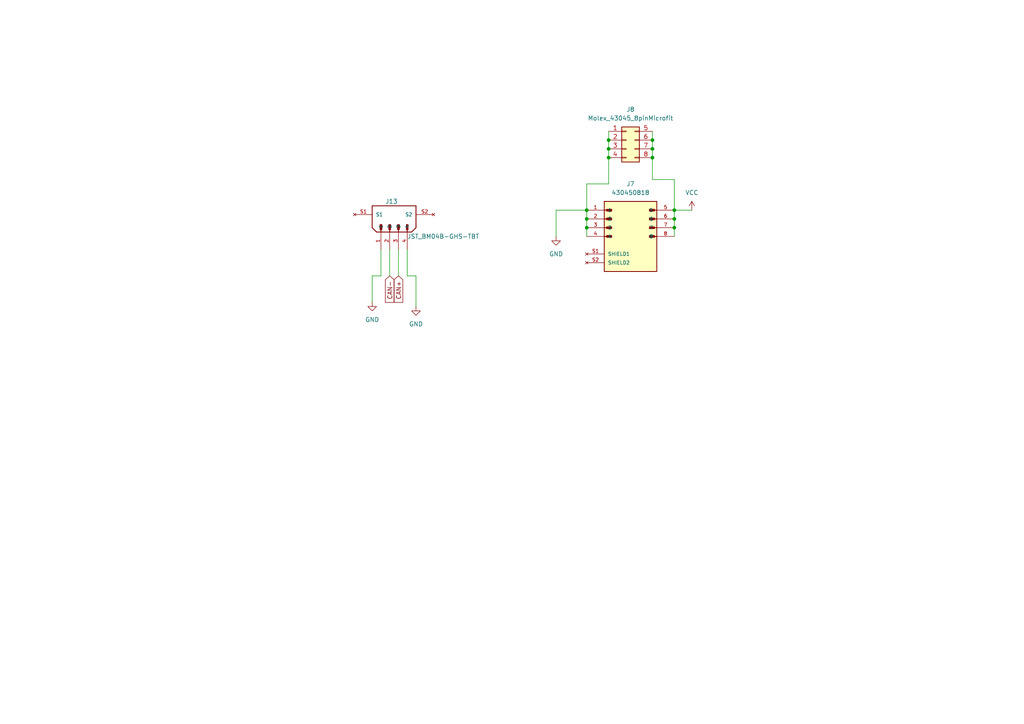
<source format=kicad_sch>
(kicad_sch (version 20230121) (generator eeschema)
  (paper "A4")
  (lib_symbols
    (symbol "bots:JST_BM04B-GHS-TBT" (pin_names (offset 1.016))
      (property "Reference" "J" (at 0 6.35 0))
      (property "Value" "JST_BM04B-GHS-TBT" (at 10.16 -3.81 0))
      (symbol "JST_BM04B-GHS-TBT_0_0"
        (polyline (pts (xy 0 -6.35) (xy 1.27 -7.62)) (stroke (width 0.254)))
        (polyline (pts (xy 0 -5.08) (xy 1.905 -5.08)) (stroke (width 0.254)))
        (polyline (pts (xy 0 -2.54) (xy 1.905 -2.54)) (stroke (width 0.254)))
        (polyline (pts (xy 0 0) (xy 1.905 0)) (stroke (width 0.254)))
        (polyline (pts (xy 0 2.54) (xy 0 -6.35)) (stroke (width 0.254)))
        (polyline (pts (xy 0 2.54) (xy 1.905 2.54)) (stroke (width 0.254)))
        (polyline (pts (xy 0 3.81) (xy 0 2.54)) (stroke (width 0.254)))
        (polyline (pts (xy 0 3.81) (xy 1.27 5.08)) (stroke (width 0.254)))
        (polyline (pts (xy 1.27 -7.62) (xy 7.62 -7.62)) (stroke (width 0.254)))
        (polyline (pts (xy 7.62 -7.62) (xy 7.62 5.08)) (stroke (width 0.254)))
        (polyline (pts (xy 7.62 5.08) (xy 1.27 5.08)) (stroke (width 0.254)))
        (rectangle (start 0.635 -4.7625) (end 2.2225 -5.3975) (stroke (width 0.1)) (fill (type outline)))
        (rectangle (start 0.635 -2.2225) (end 2.2225 -2.8575) (stroke (width 0.1)) (fill (type outline)))
        (rectangle (start 0.635 -0.3175) (end 2.2225 0.3175) (stroke (width 0.1)) (fill (type outline)))
        (rectangle (start 0.635 2.2225) (end 2.2225 2.8575) (stroke (width 0.1)) (fill (type outline)))
        (pin passive line (at -5.08 2.54 0) (length 5.08) (name "1") (number "1"))
        (pin passive line (at -5.08 0 0) (length 5.08) (name "2") (number "2"))
        (pin passive line (at -5.08 -2.54 0) (length 5.08) (name "3") (number "3"))
      )
      (symbol "JST_BM04B-GHS-TBT_1_0"
        (pin passive line (at -5.08 -5.08 0) (length 5.08) (name "4") (number "4"))
        (pin no_connect line (at 5.08 10.16 270) (length 5.08) (name "S1") (number "S1"))
        (pin no_connect line (at 5.08 -12.7 90) (length 5.08) (name "S2") (number "S2"))
      )
    )
    (symbol "bots:MOLEX_430450818" (pin_names (offset 1.016))
      (property "Reference" "J" (at -7.62 11.43 0))
      (property "Value" "430450818" (at -7.62 -12.7 0))
      (symbol "MOLEX_430450818_0_0"
        (rectangle (start -7.62 -10.16) (end 7.62 10.16) (stroke (width 0.254)) (fill (type background)))
        (rectangle (start -6.985 -0.3175) (end -5.3975 0.3175) (stroke (width 0.1)) (fill (type outline)))
        (rectangle (start -6.985 2.2225) (end -5.3975 2.8575) (stroke (width 0.1)) (fill (type outline)))
        (rectangle (start -6.985 4.7625) (end -5.3975 5.3975) (stroke (width 0.1)) (fill (type outline)))
        (rectangle (start -6.985 7.3025) (end -5.3975 7.9375) (stroke (width 0.1)) (fill (type outline)))
        (polyline (pts (xy -7.62 0) (xy -5.715 0)) (stroke (width 0.254)))
        (polyline (pts (xy -7.62 2.54) (xy -5.715 2.54)) (stroke (width 0.254)))
        (polyline (pts (xy -7.62 5.08) (xy -5.715 5.08)) (stroke (width 0.254)))
        (polyline (pts (xy -7.62 7.62) (xy -5.715 7.62)) (stroke (width 0.254)))
        (polyline (pts (xy 7.62 0) (xy 5.715 0)) (stroke (width 0.254)))
        (polyline (pts (xy 7.62 2.54) (xy 5.715 2.54)) (stroke (width 0.254)))
        (polyline (pts (xy 7.62 5.08) (xy 5.715 5.08)) (stroke (width 0.254)))
        (polyline (pts (xy 7.62 7.62) (xy 5.715 7.62)) (stroke (width 0.254)))
        (rectangle (start 5.3975 -0.3175) (end 6.985 0.3175) (stroke (width 0.1)) (fill (type outline)))
        (rectangle (start 5.3975 2.2225) (end 6.985 2.8575) (stroke (width 0.1)) (fill (type outline)))
        (rectangle (start 5.3975 4.7625) (end 6.985 5.3975) (stroke (width 0.1)) (fill (type outline)))
        (rectangle (start 5.3975 7.3025) (end 6.985 7.9375) (stroke (width 0.1)) (fill (type outline)))
        (pin passive line (at -12.7 7.62 0) (length 5.08) (name "1") (number "1"))
        (pin passive line (at -12.7 5.08 0) (length 5.08) (name "2") (number "2"))
        (pin passive line (at -12.7 2.54 0) (length 5.08) (name "3") (number "3"))
        (pin passive line (at -12.7 0 0) (length 5.08) (name "4") (number "4"))
        (pin passive line (at 12.7 7.62 180) (length 5.08) (name "5") (number "5"))
        (pin passive line (at 12.7 5.08 180) (length 5.08) (name "6") (number "6"))
        (pin passive line (at 12.7 2.54 180) (length 5.08) (name "7") (number "7"))
        (pin passive line (at 12.7 0 180) (length 5.08) (name "8") (number "8"))
      )
      (symbol "MOLEX_430450818_1_0"
        (pin no_connect line (at -12.7 -5.08 0) (length 5.08) (name "SHIELD1") (number "S1"))
        (pin no_connect line (at -12.7 -7.62 0) (length 5.08) (name "SHIELD2") (number "S2"))
      )
    )
    (symbol "bots:Molex_43045_8pinMicrofit" (pin_names (offset 1.016) hide)
      (property "Reference" "J" (at 1.27 5.08 0))
      (property "Value" "Molex_43045_8pinMicrofit" (at 1.27 -7.62 0))
      (symbol "Molex_43045_8pinMicrofit_1_1"
        (rectangle (start -1.27 -4.953) (end 0 -5.207) (stroke (width 0.1524)))
        (rectangle (start -1.27 -2.413) (end 0 -2.667) (stroke (width 0.1524)))
        (rectangle (start -1.27 0.127) (end 0 -0.127) (stroke (width 0.1524)))
        (rectangle (start -1.27 2.667) (end 0 2.413) (stroke (width 0.1524)))
        (rectangle (start -1.27 3.81) (end 3.81 -6.35) (stroke (width 0.254)) (fill (type background)))
        (rectangle (start 3.81 -4.953) (end 2.54 -5.207) (stroke (width 0.1524)))
        (rectangle (start 3.81 -2.413) (end 2.54 -2.667) (stroke (width 0.1524)))
        (rectangle (start 3.81 0.127) (end 2.54 -0.127) (stroke (width 0.1524)))
        (rectangle (start 3.81 2.667) (end 2.54 2.413) (stroke (width 0.1524)))
        (pin passive line (at -5.08 2.54 0) (length 3.81) (name "Pin_1") (number "1"))
        (pin passive line (at -5.08 0 0) (length 3.81) (name "Pin_2") (number "2"))
        (pin passive line (at -5.08 -2.54 0) (length 3.81) (name "Pin_3") (number "3"))
        (pin passive line (at -5.08 -5.08 0) (length 3.81) (name "Pin_4") (number "4"))
        (pin passive line (at 7.62 2.54 180) (length 3.81) (name "Pin_5") (number "5"))
        (pin passive line (at 7.62 0 180) (length 3.81) (name "Pin_6") (number "6"))
        (pin passive line (at 7.62 -2.54 180) (length 3.81) (name "Pin_7") (number "7"))
        (pin passive line (at 7.62 -5.08 180) (length 3.81) (name "Pin_8") (number "8"))
      )
    )
    (symbol "power:GND" (power) (pin_names (offset 0))
      (property "Value" "GND" (at 0 -3.81 0))
      (symbol "GND_0_1"
        (polyline (pts (xy 0 0) (xy 0 -1.27) (xy 1.27 -1.27) (xy 0 -2.54) (xy -1.27 -1.27) (xy 0 -1.27)))
      )
      (symbol "GND_1_1"
        (pin power_in line (at 0 0 270) (length 0) hide (name "GND") (number "1"))
      )
    )
    (symbol "power:VCC" (power) (pin_names (offset 0))
      (property "Value" "VCC" (at 0 3.81 0))
      (symbol "VCC_0_1"
        (polyline (pts (xy -0.762 1.27) (xy 0 2.54)))
        (polyline (pts (xy 0 0) (xy 0 2.54)))
        (polyline (pts (xy 0 2.54) (xy 0.762 1.27)))
      )
      (symbol "VCC_1_1"
        (pin power_in line (at 0 0 90) (length 0) hide (name "VCC") (number "1"))
      )
    )
  )
  (junction (at 189.23 40.64))
  (junction (at 170.18 60.96))
  (junction (at 195.58 66.04))
  (junction (at 195.58 63.5))
  (junction (at 176.53 45.72))
  (junction (at 176.53 43.18))
  (junction (at 189.23 43.18))
  (junction (at 176.53 40.64))
  (junction (at 189.23 45.72))
  (junction (at 170.18 63.5))
  (junction (at 170.18 66.04))
  (junction (at 195.58 60.96))
  (wire (pts (xy 110.49 72.39) (xy 110.49 80.01)))
  (wire (pts (xy 189.23 52.07) (xy 195.58 52.07)))
  (wire (pts (xy 176.53 43.18) (xy 176.53 45.72)))
  (wire (pts (xy 107.95 80.01) (xy 107.95 87.63)))
  (wire (pts (xy 170.18 53.34) (xy 170.18 60.96)))
  (wire (pts (xy 189.23 40.64) (xy 189.23 43.18)))
  (wire (pts (xy 176.53 40.64) (xy 176.53 43.18)))
  (wire (pts (xy 195.58 63.5) (xy 195.58 66.04)))
  (wire (pts (xy 161.29 68.58) (xy 161.29 60.96)))
  (wire (pts (xy 170.18 60.96) (xy 170.18 63.5)))
  (wire (pts (xy 115.57 72.39) (xy 115.57 80.01)))
  (wire (pts (xy 176.53 53.34) (xy 170.18 53.34)))
  (wire (pts (xy 195.58 60.96) (xy 195.58 63.5)))
  (wire (pts (xy 170.18 63.5) (xy 170.18 66.04)))
  (wire (pts (xy 120.65 80.01) (xy 120.65 88.9)))
  (wire (pts (xy 195.58 52.07) (xy 195.58 60.96)))
  (wire (pts (xy 195.58 60.96) (xy 200.66 60.96)))
  (wire (pts (xy 113.03 72.39) (xy 113.03 80.01)))
  (wire (pts (xy 189.23 43.18) (xy 189.23 45.72)))
  (wire (pts (xy 170.18 66.04) (xy 170.18 68.58)))
  (wire (pts (xy 118.11 72.39) (xy 118.11 80.01)))
  (wire (pts (xy 107.95 80.01) (xy 110.49 80.01)))
  (wire (pts (xy 161.29 60.96) (xy 170.18 60.96)))
  (wire (pts (xy 195.58 66.04) (xy 195.58 68.58)))
  (wire (pts (xy 120.65 80.01) (xy 118.11 80.01)))
  (wire (pts (xy 176.53 45.72) (xy 176.53 53.34)))
  (wire (pts (xy 189.23 45.72) (xy 189.23 52.07)))
  (wire (pts (xy 189.23 38.1) (xy 189.23 40.64)))
  (wire (pts (xy 176.53 38.1) (xy 176.53 40.64)))
  (global_label "CAN+" (shape input) (at 115.57 80.01 270) (property "Intersheetrefs" "${INTERSHEET_REFS}" (effects hide)))
  (global_label "CAN-" (shape input) (at 113.03 80.01 270) (property "Intersheetrefs" "${INTERSHEET_REFS}" (effects hide)))
  (symbol (lib_id "power:GND") (at 107.95 87.63 0) (unit 1)
    (property "Reference" "#PWR037" (effects hide))
    (property "Value" "GND" (at 107.95 92.71 0))
    (instances (project "midplate" (path "" (reference "#PWR037") (unit 1)) (path "" (reference "#PWR05") (unit 1)) (path "" (reference "#PWR027") (unit 1))))
  )
  (symbol (lib_id "bots:Molex_43045_8pinMicrofit") (at 181.61 40.64 0) (unit 1)
    (property "Reference" "J8" (at 182.88 31.75 0))
    (property "Value" "Molex_43045_8pinMicrofit" (at 182.88 34.29 0))
    (property "Footprint" "bots:Molex_Micro-Fit_3.0_43045-0812_2x04_P3.00mm_Vertical" (effects hide))
  )
  (symbol (lib_id "bots:MOLEX_430450818") (at 182.88 68.58 0) (unit 1)
    (property "Reference" "J7" (at 182.88 53.34 0))
    (property "Value" "430450818" (at 182.88 55.88 0))
    (property "Footprint" "bots:MOLEX_430450818" (effects hide))
    (property "MF" "Molex" (effects hide))
    (property "MAXIMUM_PACKAGE_HEIGHT" "9.91mm" (effects hide))
    (property "Package" "None" (effects hide))
    (property "Price" "None" (effects hide))
    (property "Check_prices" "https://www.snapeda.com/parts/0430450818/Molex/view-part/?ref=eda" (effects hide))
    (property "STANDARD" "Manufacturer Recommendations" (effects hide))
    (property "PARTREV" "G4" (effects hide))
    (property "SnapEDA_Link" "https://www.snapeda.com/parts/0430450818/Molex/view-part/?ref=snap" (effects hide))
    (property "MP" "0430450818" (effects hide))
    (property "Purchase-URL" "https://www.snapeda.com/api/url_track_click_mouser/?unipart_id=7503267&manufacturer=Molex&part_name=0430450818&search_term=0430450818" (effects hide))
    (property "Description" "\nConn Wire to Board HDR 8Power POS 3mm Solder ST Top Entry SMD Micro-Fit 3.0 T/R\n" (effects hide))
    (property "Availability" "In Stock" (effects hide))
    (property "MANUFACTURER" "Molex" (effects hide))
  )
  (symbol (lib_id "power:GND") (at 161.29 68.58 0) (unit 1)
    (property "Reference" "#PWR037" (effects hide))
    (property "Value" "GND" (at 161.29 73.66 0))
    (instances (project "midplate" (path "" (reference "#PWR037") (unit 1)) (path "" (reference "#PWR05") (unit 1)) (path "" (reference "#PWR07") (unit 1))))
  )
  (symbol (lib_id "power:VCC") (at 200.66 60.96 0) (unit 1)
    (property "Reference" "#PWR024" (effects hide))
    (property "Value" "VCC" (at 200.66 55.88 0))
    (instances (project "midplate" (path "" (reference "#PWR024") (unit 1)) (path "" (reference "#PWR01") (unit 1)) (path "" (reference "#PWR08") (unit 1))))
  )
  (symbol (lib_id "bots:JST_BM04B-GHS-TBT") (at 113.03 67.31 90) (unit 1)
    (property "Reference" "J13" (at 111.76 58.42 90) (effects (justify right)))
    (property "Value" "JST_BM04B-GHS-TBT" (at 118.11 68.58 90) (effects (justify right)))
    (property "Footprint" "bots:JST_BM04B-GHS-TBT" (effects hide))
    (property "MPN" "BM04B-GHS-TBT" (effects hide))
    (property "Manufacturer" "JST Sales America Inc." (effects hide))
    (property "Price" "0.31" (effects hide))
  )
  (symbol (lib_id "power:GND") (at 120.65 88.9 0) (mirror y) (unit 1)
    (property "Reference" "#PWR037" (effects hide))
    (property "Value" "GND" (at 120.65 93.98 0))
    (instances (project "midplate" (path "" (reference "#PWR037") (unit 1)) (path "" (reference "#PWR05") (unit 1)) (path "" (reference "#PWR06") (unit 1))))
  )
)
</source>
